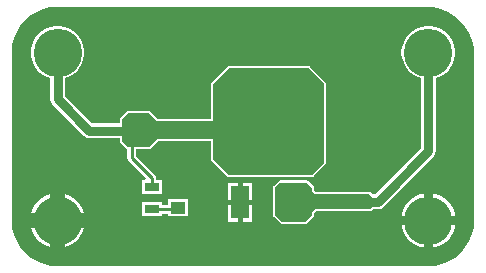
<source format=gtl>
G04*
G04 #@! TF.GenerationSoftware,Altium Limited,Altium Designer,22.3.1 (43)*
G04*
G04 Layer_Physical_Order=1*
G04 Layer_Color=255*
%FSLAX25Y25*%
%MOIN*%
G70*
G04*
G04 #@! TF.SameCoordinates,54316C7D-A7D4-46C6-97C7-E01AB4BBD31E*
G04*
G04*
G04 #@! TF.FilePolarity,Positive*
G04*
G01*
G75*
%ADD13R,0.05118X0.03543*%
%ADD14R,0.05118X0.04331*%
%ADD15R,0.05118X0.03150*%
%ADD16R,0.24803X0.24016*%
%ADD17R,0.05906X0.11024*%
%ADD25C,0.01000*%
%ADD26C,0.03000*%
%ADD27C,0.00787*%
%ADD28C,0.16142*%
%ADD29C,0.02559*%
%ADD30C,0.02362*%
G36*
X125195Y71058D02*
X127669Y70464D01*
X130020Y69490D01*
X132190Y68160D01*
X134125Y66507D01*
X135778Y64572D01*
X137108Y62402D01*
X138082Y60051D01*
X138676Y57576D01*
X138868Y55138D01*
X138848Y55039D01*
Y174D01*
X138866Y82D01*
X138682Y-2264D01*
X138111Y-4642D01*
X137175Y-6901D01*
X135898Y-8986D01*
X134309Y-10845D01*
X132450Y-12433D01*
X130365Y-13711D01*
X128106Y-14646D01*
X125728Y-15217D01*
X123382Y-15402D01*
X123291Y-15384D01*
X0D01*
X-90Y-15402D01*
X-2410Y-15219D01*
X-4761Y-14654D01*
X-6995Y-13729D01*
X-9057Y-12466D01*
X-10896Y-10896D01*
X-12466Y-9057D01*
X-13729Y-6995D01*
X-14654Y-4761D01*
X-15219Y-2410D01*
X-15402Y-90D01*
X-15384Y0D01*
Y55907D01*
X-15401Y55996D01*
X-15219Y58308D01*
X-14657Y60650D01*
X-13736Y62875D01*
X-12477Y64928D01*
X-10913Y66759D01*
X-9082Y68323D01*
X-7028Y69582D01*
X-4803Y70503D01*
X-2461Y71066D01*
X-150Y71248D01*
X-60Y71230D01*
X122657D01*
X122756Y71250D01*
X125195Y71058D01*
D02*
G37*
%LPC*%
G36*
X805Y64896D02*
X-962D01*
X-2695Y64551D01*
X-4328Y63875D01*
X-5797Y62893D01*
X-7047Y61644D01*
X-8029Y60174D01*
X-8705Y58542D01*
X-9050Y56809D01*
Y55042D01*
X-8705Y53308D01*
X-8029Y51676D01*
X-7047Y50207D01*
X-5797Y48957D01*
X-4328Y47975D01*
X-2695Y47299D01*
X-2526Y47265D01*
Y40472D01*
X-2340Y39536D01*
X-1809Y38742D01*
X8821Y28112D01*
X9615Y27582D01*
X10551Y27395D01*
X20763D01*
Y26398D01*
X20817Y26124D01*
X20972Y25893D01*
X22940Y23924D01*
X23172Y23770D01*
X23199Y23764D01*
Y20787D01*
X23199Y20787D01*
X23307Y20241D01*
X23617Y19778D01*
X29388Y14007D01*
X29143Y13417D01*
X28060D01*
Y8867D01*
X34578D01*
Y13417D01*
X32746D01*
Y14094D01*
X32746Y14094D01*
X32638Y14641D01*
X32328Y15104D01*
X32328Y15104D01*
X26053Y21379D01*
Y23715D01*
X30335D01*
X30608Y23770D01*
X30839Y23924D01*
X33288Y26373D01*
X50908D01*
Y20416D01*
X50962Y20143D01*
X51117Y19911D01*
X56306Y14722D01*
X56538Y14567D01*
X56811Y14513D01*
X84764D01*
X85037Y14567D01*
X85268Y14722D01*
X89205Y18659D01*
X89360Y18890D01*
X89414Y19163D01*
X89414Y45640D01*
X89360Y45913D01*
X89205Y46144D01*
X84186Y51164D01*
X83954Y51319D01*
X83681Y51373D01*
X57008Y51373D01*
X56735Y51319D01*
X56503Y51164D01*
X51117Y45778D01*
X50962Y45546D01*
X50908Y45273D01*
Y33706D01*
X33288D01*
X30642Y36351D01*
X30411Y36506D01*
X30138Y36560D01*
X23543D01*
X23270Y36506D01*
X23039Y36351D01*
X20972Y34284D01*
X20817Y34053D01*
X20763Y33779D01*
Y32289D01*
X11565D01*
X2368Y41486D01*
Y47265D01*
X2538Y47299D01*
X4171Y47975D01*
X5640Y48957D01*
X6889Y50207D01*
X7871Y51676D01*
X8547Y53308D01*
X8892Y55042D01*
Y56809D01*
X8547Y58542D01*
X7871Y60174D01*
X6889Y61644D01*
X5640Y62893D01*
X4171Y63875D01*
X2538Y64551D01*
X805Y64896D01*
D02*
G37*
G36*
X124427D02*
X122660D01*
X120926Y64551D01*
X119294Y63875D01*
X117825Y62893D01*
X116575Y61644D01*
X115593Y60174D01*
X114917Y58542D01*
X114572Y56809D01*
Y55042D01*
X114917Y53308D01*
X115593Y51676D01*
X116575Y50207D01*
X117825Y48957D01*
X119294Y47975D01*
X120926Y47299D01*
X121096Y47265D01*
Y23966D01*
X105738Y8608D01*
X104929D01*
X104254Y9284D01*
X104254Y9284D01*
X104022Y9439D01*
X103749Y9493D01*
X86044Y9493D01*
X85477Y10059D01*
Y10896D01*
X85423Y11169D01*
X85268Y11400D01*
X83613Y13056D01*
X83381Y13210D01*
X83108Y13265D01*
X74116D01*
X73843Y13210D01*
X73611Y13056D01*
X72054Y11499D01*
X71900Y11267D01*
X71845Y10994D01*
Y3022D01*
Y1742D01*
X71900Y1469D01*
X72054Y1237D01*
X74318Y-1026D01*
X74550Y-1181D01*
X74823Y-1235D01*
X82500D01*
X82773Y-1181D01*
X83005Y-1026D01*
X85268Y1237D01*
X85423Y1469D01*
X85477Y1742D01*
Y2480D01*
X86044Y3046D01*
X104154D01*
X104427Y3100D01*
X104658Y3255D01*
X105117Y3714D01*
X106752D01*
X107688Y3901D01*
X108482Y4431D01*
X125274Y21222D01*
X125804Y22016D01*
X125990Y22953D01*
Y47265D01*
X126160Y47299D01*
X127793Y47975D01*
X129262Y48957D01*
X130511Y50207D01*
X131493Y51676D01*
X132169Y53308D01*
X132514Y55042D01*
Y56809D01*
X132169Y58542D01*
X131493Y60174D01*
X130511Y61644D01*
X129262Y62893D01*
X127793Y63875D01*
X126160Y64551D01*
X124427Y64896D01*
D02*
G37*
G36*
X64799Y12535D02*
X61746D01*
Y6924D01*
X64799D01*
Y12535D01*
D02*
G37*
G36*
X59946D02*
X56894D01*
Y6924D01*
X59946D01*
Y12535D01*
D02*
G37*
G36*
X43239Y7117D02*
X36721D01*
Y5089D01*
X34578D01*
Y5936D01*
X28060D01*
Y1387D01*
X34578D01*
Y2234D01*
X36721D01*
Y1387D01*
X43239D01*
Y7117D01*
D02*
G37*
G36*
X2421Y8672D02*
Y2421D01*
X8672D01*
X8643Y2567D01*
X7960Y4218D01*
X6967Y5703D01*
X5703Y6967D01*
X4218Y7960D01*
X2567Y8643D01*
X2421Y8672D01*
D02*
G37*
G36*
X-2579D02*
X-2725Y8643D01*
X-4375Y7960D01*
X-5861Y6967D01*
X-7125Y5703D01*
X-8117Y4218D01*
X-8801Y2567D01*
X-8830Y2421D01*
X-2579D01*
Y8672D01*
D02*
G37*
G36*
X125043Y8871D02*
Y1421D01*
X132493D01*
X132265Y2567D01*
X131582Y4218D01*
X130589Y5703D01*
X129326Y6967D01*
X127840Y7960D01*
X126189Y8643D01*
X125043Y8871D01*
D02*
G37*
G36*
X122043D02*
X120897Y8643D01*
X119247Y7960D01*
X117761Y6967D01*
X116497Y5703D01*
X115505Y4218D01*
X114821Y2567D01*
X114593Y1421D01*
X122043D01*
Y8871D01*
D02*
G37*
G36*
X64799Y5124D02*
X61746D01*
Y-488D01*
X64799D01*
Y5124D01*
D02*
G37*
G36*
X59946D02*
X56894D01*
Y-488D01*
X59946D01*
Y5124D01*
D02*
G37*
G36*
X8672Y-2579D02*
X2421D01*
Y-8830D01*
X2567Y-8801D01*
X4218Y-8117D01*
X5703Y-7125D01*
X6967Y-5861D01*
X7960Y-4375D01*
X8643Y-2725D01*
X8672Y-2579D01*
D02*
G37*
G36*
X-2579D02*
X-8830D01*
X-8801Y-2725D01*
X-8117Y-4375D01*
X-7125Y-5861D01*
X-5861Y-7125D01*
X-4375Y-8117D01*
X-2725Y-8801D01*
X-2579Y-8830D01*
Y-2579D01*
D02*
G37*
G36*
X132493Y-1579D02*
X125043D01*
Y-9029D01*
X126189Y-8801D01*
X127840Y-8117D01*
X129326Y-7125D01*
X130589Y-5861D01*
X131582Y-4375D01*
X132265Y-2725D01*
X132493Y-1579D01*
D02*
G37*
G36*
X122043D02*
X114593D01*
X114821Y-2725D01*
X115505Y-4375D01*
X116497Y-5861D01*
X117761Y-7125D01*
X119247Y-8117D01*
X120897Y-8801D01*
X122043Y-9029D01*
Y-1579D01*
D02*
G37*
%LPD*%
G36*
X88701Y45640D02*
X88701Y19163D01*
X84764Y15226D01*
X56811D01*
X51622Y20416D01*
Y27086D01*
X32992D01*
X30335Y24429D01*
X23445D01*
X21476Y26398D01*
Y33779D01*
X23543Y35846D01*
X30138D01*
X32992Y32992D01*
X51622D01*
Y45273D01*
X57008Y50659D01*
X83681Y50659D01*
X88701Y45640D01*
D02*
G37*
G36*
X84764Y10896D02*
Y9764D01*
X85748Y8779D01*
X103749Y8779D01*
X105138Y7391D01*
X105138Y4744D01*
X104154Y3760D01*
X85748D01*
X84764Y2775D01*
Y1742D01*
X82500Y-522D01*
X74823D01*
X72559Y1742D01*
Y3022D01*
Y10994D01*
X74116Y12551D01*
X83108D01*
X84764Y10896D01*
D02*
G37*
D13*
X37201Y29594D02*
D03*
Y24476D02*
D03*
X46201D02*
D03*
Y29594D02*
D03*
X98709Y1043D02*
D03*
Y6161D02*
D03*
X90709Y6220D02*
D03*
Y1102D02*
D03*
D14*
X39980Y13307D02*
D03*
Y4252D02*
D03*
D15*
X31319Y3661D02*
D03*
Y11142D02*
D03*
D16*
X69902Y30630D02*
D03*
D17*
X78957Y6024D02*
D03*
X60846D02*
D03*
D25*
X11425Y-6016D02*
X13275Y-7866D01*
X11425Y-6016D02*
Y-1969D01*
X31319Y3661D02*
X39390D01*
X39980Y4252D01*
X24626Y20787D02*
Y27480D01*
X31319Y11142D02*
Y14094D01*
X24626Y20787D02*
X31319Y14094D01*
X24626Y27480D02*
Y29842D01*
D26*
X123543Y22953D02*
Y55925D01*
X106752Y6161D02*
X123543Y22953D01*
X103602Y6161D02*
X106752D01*
X-79Y40472D02*
Y55925D01*
X24626Y29842D02*
X26594D01*
X10551D02*
X24626D01*
X98709Y6161D02*
X103602D01*
X-79Y40472D02*
X10551Y29842D01*
D27*
X-79Y-79D02*
Y1988D01*
D28*
X123543Y55925D02*
D03*
X-79D02*
D03*
X123543Y-79D02*
D03*
X-79D02*
D03*
D29*
X54154Y42441D02*
D03*
X78957Y21575D02*
D03*
X74429D02*
D03*
X69902D02*
D03*
X65374D02*
D03*
X60846D02*
D03*
X78957Y39685D02*
D03*
X60846D02*
D03*
X54154Y21464D02*
D03*
Y35449D02*
D03*
Y28457D02*
D03*
X80925Y46772D02*
D03*
X66752Y46808D02*
D03*
X73839Y46923D02*
D03*
X59665Y46772D02*
D03*
X85590Y35223D02*
D03*
X85706Y28399D02*
D03*
X85650Y21575D02*
D03*
Y42047D02*
D03*
X65374Y26102D02*
D03*
Y30630D02*
D03*
X69902D02*
D03*
Y26102D02*
D03*
X74429D02*
D03*
Y30630D02*
D03*
Y35157D02*
D03*
X69902D02*
D03*
X65374D02*
D03*
X60846D02*
D03*
Y30630D02*
D03*
Y26102D02*
D03*
X78957D02*
D03*
Y30630D02*
D03*
Y35157D02*
D03*
X74429Y39685D02*
D03*
X69902D02*
D03*
X65374D02*
D03*
D30*
X-9626Y30236D02*
D03*
X-10807Y47559D02*
D03*
X-10413Y9370D02*
D03*
X2185Y14488D02*
D03*
X91555Y13701D02*
D03*
X100610Y64094D02*
D03*
X41161Y59370D02*
D03*
X38405Y67244D02*
D03*
X59272Y66457D02*
D03*
X70689Y66850D02*
D03*
X88012Y64094D02*
D03*
X107303Y57402D02*
D03*
X104154Y31417D02*
D03*
X113602Y28661D02*
D03*
X132500Y30630D02*
D03*
X132894Y43228D02*
D03*
X134468Y8976D02*
D03*
X96673Y-11102D02*
D03*
X110059Y-7559D02*
D03*
X117539Y-11890D02*
D03*
X104154Y-11496D02*
D03*
X86043Y-11102D02*
D03*
X46279Y-11890D02*
D03*
X62815Y-5197D02*
D03*
X74626Y-9921D02*
D03*
X58091D02*
D03*
X49823Y315D02*
D03*
X40768Y-7953D02*
D03*
X23839Y-4803D02*
D03*
X31712Y-11496D02*
D03*
X13209Y-9528D02*
D03*
X15965Y19606D02*
D03*
X20295Y11338D02*
D03*
X17146Y315D02*
D03*
X-571Y26693D02*
D03*
X-8839Y20787D02*
D03*
X-8445Y39291D02*
D03*
X25020Y62913D02*
D03*
X13996Y64488D02*
D03*
X15965Y54646D02*
D03*
X17933Y45984D02*
D03*
X9272Y41653D02*
D03*
X15965Y37323D02*
D03*
X46673Y64094D02*
D03*
X35256Y49921D02*
D03*
X31712Y62520D02*
D03*
X26594Y51102D02*
D03*
X34075Y41260D02*
D03*
X42736Y40079D02*
D03*
X45886Y51890D02*
D03*
X55335Y60551D02*
D03*
X67146Y60945D02*
D03*
X79744Y59764D02*
D03*
X93917Y52677D02*
D03*
X104941Y46772D02*
D03*
X97461Y23937D02*
D03*
X114390Y38110D02*
D03*
X109665Y20394D02*
D03*
X101398Y14094D02*
D03*
X96280Y38110D02*
D03*
X105335Y315D02*
D03*
X101398Y-4803D02*
D03*
X95886D02*
D03*
X89980Y-4409D02*
D03*
X78563Y-3622D02*
D03*
X74232Y-2835D02*
D03*
X84468Y-3622D02*
D03*
X68327Y709D02*
D03*
Y7795D02*
D03*
X53366Y10157D02*
D03*
X46673Y18425D02*
D03*
X37224Y19212D02*
D03*
X30531Y20394D02*
D03*
X124827Y15118D02*
D03*
X29744Y32992D02*
D03*
Y27480D02*
D03*
X103602Y6161D02*
D03*
X24626Y27480D02*
D03*
Y33287D02*
D03*
M02*

</source>
